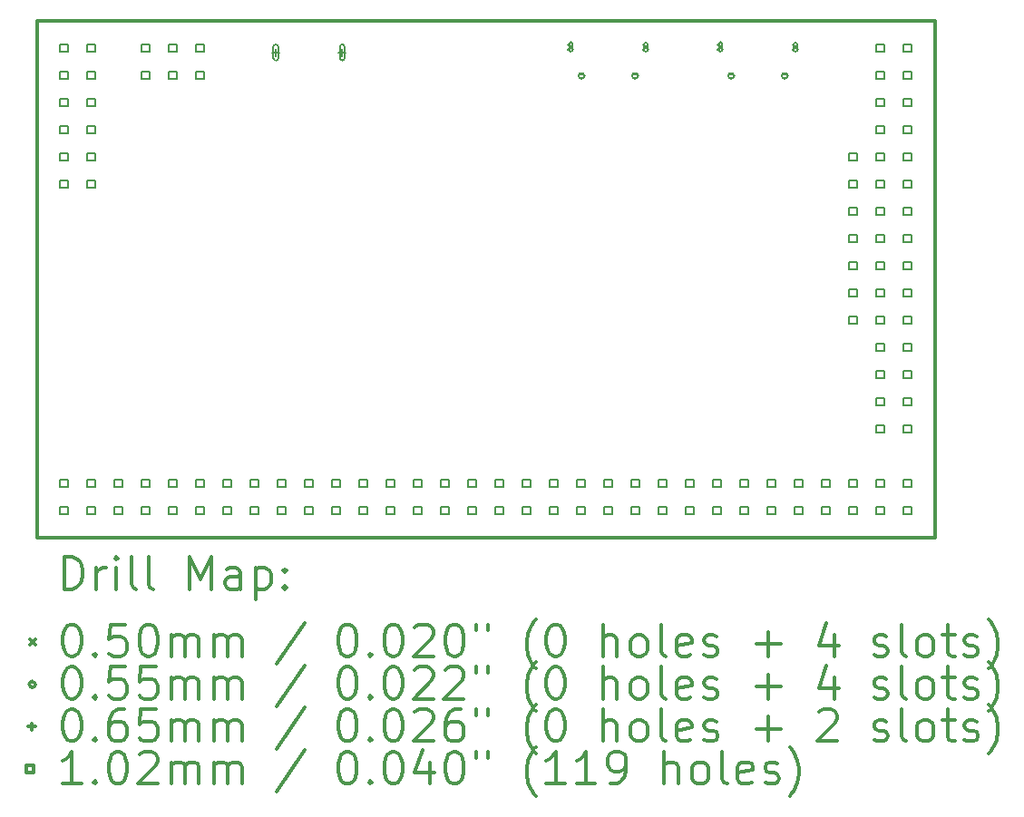
<source format=gbr>
%FSLAX45Y45*%
G04 Gerber Fmt 4.5, Leading zero omitted, Abs format (unit mm)*
G04 Created by KiCad (PCBNEW 4.0.5+dfsg1-4) date Sun Mar 26 16:44:54 2017*
%MOMM*%
%LPD*%
G01*
G04 APERTURE LIST*
%ADD10C,0.127000*%
%ADD11C,0.300000*%
%ADD12C,0.200000*%
G04 APERTURE END LIST*
D10*
D11*
X9410000Y-6142000D02*
X9410000Y-10968000D01*
X17792000Y-6142000D02*
X9410000Y-6142000D01*
X17792000Y-10968000D02*
X17792000Y-6142000D01*
X9410000Y-10968000D02*
X17792000Y-10968000D01*
D12*
X14369000Y-6363000D02*
X14419000Y-6413000D01*
X14419000Y-6363000D02*
X14369000Y-6413000D01*
X14379000Y-6355500D02*
X14379000Y-6420500D01*
X14409000Y-6355500D02*
X14409000Y-6420500D01*
X14379000Y-6420500D02*
G75*
G03X14409000Y-6420500I15000J0D01*
G01*
X14409000Y-6355500D02*
G75*
G03X14379000Y-6355500I-15000J0D01*
G01*
X15069000Y-6363000D02*
X15119000Y-6413000D01*
X15119000Y-6363000D02*
X15069000Y-6413000D01*
X15079000Y-6355500D02*
X15079000Y-6420500D01*
X15109000Y-6355500D02*
X15109000Y-6420500D01*
X15079000Y-6420500D02*
G75*
G03X15109000Y-6420500I15000J0D01*
G01*
X15109000Y-6355500D02*
G75*
G03X15079000Y-6355500I-15000J0D01*
G01*
X15766000Y-6363000D02*
X15816000Y-6413000D01*
X15816000Y-6363000D02*
X15766000Y-6413000D01*
X15776000Y-6355500D02*
X15776000Y-6420500D01*
X15806000Y-6355500D02*
X15806000Y-6420500D01*
X15776000Y-6420500D02*
G75*
G03X15806000Y-6420500I15000J0D01*
G01*
X15806000Y-6355500D02*
G75*
G03X15776000Y-6355500I-15000J0D01*
G01*
X16466000Y-6363000D02*
X16516000Y-6413000D01*
X16516000Y-6363000D02*
X16466000Y-6413000D01*
X16476000Y-6355500D02*
X16476000Y-6420500D01*
X16506000Y-6355500D02*
X16506000Y-6420500D01*
X16476000Y-6420500D02*
G75*
G03X16506000Y-6420500I15000J0D01*
G01*
X16506000Y-6355500D02*
G75*
G03X16476000Y-6355500I-15000J0D01*
G01*
X14521500Y-6658000D02*
G75*
G03X14521500Y-6658000I-27500J0D01*
G01*
X14509000Y-6640500D02*
X14479000Y-6640500D01*
X14509000Y-6675500D02*
X14479000Y-6675500D01*
X14479000Y-6640500D02*
G75*
G03X14479000Y-6675500I0J-17500D01*
G01*
X14509000Y-6675500D02*
G75*
G03X14509000Y-6640500I0J17500D01*
G01*
X15021500Y-6658000D02*
G75*
G03X15021500Y-6658000I-27500J0D01*
G01*
X15009000Y-6640500D02*
X14979000Y-6640500D01*
X15009000Y-6675500D02*
X14979000Y-6675500D01*
X14979000Y-6640500D02*
G75*
G03X14979000Y-6675500I0J-17500D01*
G01*
X15009000Y-6675500D02*
G75*
G03X15009000Y-6640500I0J17500D01*
G01*
X15918500Y-6658000D02*
G75*
G03X15918500Y-6658000I-27500J0D01*
G01*
X15906000Y-6640500D02*
X15876000Y-6640500D01*
X15906000Y-6675500D02*
X15876000Y-6675500D01*
X15876000Y-6640500D02*
G75*
G03X15876000Y-6675500I0J-17500D01*
G01*
X15906000Y-6675500D02*
G75*
G03X15906000Y-6640500I0J17500D01*
G01*
X16418500Y-6658000D02*
G75*
G03X16418500Y-6658000I-27500J0D01*
G01*
X16406000Y-6640500D02*
X16376000Y-6640500D01*
X16406000Y-6675500D02*
X16376000Y-6675500D01*
X16376000Y-6640500D02*
G75*
G03X16376000Y-6675500I0J-17500D01*
G01*
X16406000Y-6675500D02*
G75*
G03X16406000Y-6640500I0J17500D01*
G01*
X11640000Y-6406500D02*
X11640000Y-6471500D01*
X11607500Y-6439000D02*
X11672500Y-6439000D01*
X11617500Y-6386500D02*
X11617500Y-6491500D01*
X11662500Y-6386500D02*
X11662500Y-6491500D01*
X11617500Y-6491500D02*
G75*
G03X11662500Y-6491500I22500J0D01*
G01*
X11662500Y-6386500D02*
G75*
G03X11617500Y-6386500I-22500J0D01*
G01*
X12260000Y-6406500D02*
X12260000Y-6471500D01*
X12227500Y-6439000D02*
X12292500Y-6439000D01*
X12237500Y-6386500D02*
X12237500Y-6491500D01*
X12282500Y-6386500D02*
X12282500Y-6491500D01*
X12237500Y-6491500D02*
G75*
G03X12282500Y-6491500I22500J0D01*
G01*
X12282500Y-6386500D02*
G75*
G03X12237500Y-6386500I-22500J0D01*
G01*
X9699921Y-6431921D02*
X9699921Y-6360079D01*
X9628079Y-6360079D01*
X9628079Y-6431921D01*
X9699921Y-6431921D01*
X9699921Y-6685921D02*
X9699921Y-6614079D01*
X9628079Y-6614079D01*
X9628079Y-6685921D01*
X9699921Y-6685921D01*
X9699921Y-6939921D02*
X9699921Y-6868079D01*
X9628079Y-6868079D01*
X9628079Y-6939921D01*
X9699921Y-6939921D01*
X9699921Y-7193921D02*
X9699921Y-7122079D01*
X9628079Y-7122079D01*
X9628079Y-7193921D01*
X9699921Y-7193921D01*
X9699921Y-7447921D02*
X9699921Y-7376079D01*
X9628079Y-7376079D01*
X9628079Y-7447921D01*
X9699921Y-7447921D01*
X9699921Y-7701921D02*
X9699921Y-7630079D01*
X9628079Y-7630079D01*
X9628079Y-7701921D01*
X9699921Y-7701921D01*
X9699921Y-10495921D02*
X9699921Y-10424079D01*
X9628079Y-10424079D01*
X9628079Y-10495921D01*
X9699921Y-10495921D01*
X9699921Y-10749921D02*
X9699921Y-10678079D01*
X9628079Y-10678079D01*
X9628079Y-10749921D01*
X9699921Y-10749921D01*
X9953921Y-6431921D02*
X9953921Y-6360079D01*
X9882079Y-6360079D01*
X9882079Y-6431921D01*
X9953921Y-6431921D01*
X9953921Y-6685921D02*
X9953921Y-6614079D01*
X9882079Y-6614079D01*
X9882079Y-6685921D01*
X9953921Y-6685921D01*
X9953921Y-6939921D02*
X9953921Y-6868079D01*
X9882079Y-6868079D01*
X9882079Y-6939921D01*
X9953921Y-6939921D01*
X9953921Y-7193921D02*
X9953921Y-7122079D01*
X9882079Y-7122079D01*
X9882079Y-7193921D01*
X9953921Y-7193921D01*
X9953921Y-7447921D02*
X9953921Y-7376079D01*
X9882079Y-7376079D01*
X9882079Y-7447921D01*
X9953921Y-7447921D01*
X9953921Y-7701921D02*
X9953921Y-7630079D01*
X9882079Y-7630079D01*
X9882079Y-7701921D01*
X9953921Y-7701921D01*
X9953921Y-10495921D02*
X9953921Y-10424079D01*
X9882079Y-10424079D01*
X9882079Y-10495921D01*
X9953921Y-10495921D01*
X9953921Y-10749921D02*
X9953921Y-10678079D01*
X9882079Y-10678079D01*
X9882079Y-10749921D01*
X9953921Y-10749921D01*
X10207921Y-10495921D02*
X10207921Y-10424079D01*
X10136079Y-10424079D01*
X10136079Y-10495921D01*
X10207921Y-10495921D01*
X10207921Y-10749921D02*
X10207921Y-10678079D01*
X10136079Y-10678079D01*
X10136079Y-10749921D01*
X10207921Y-10749921D01*
X10461921Y-6431921D02*
X10461921Y-6360079D01*
X10390079Y-6360079D01*
X10390079Y-6431921D01*
X10461921Y-6431921D01*
X10461921Y-6685921D02*
X10461921Y-6614079D01*
X10390079Y-6614079D01*
X10390079Y-6685921D01*
X10461921Y-6685921D01*
X10461921Y-10495921D02*
X10461921Y-10424079D01*
X10390079Y-10424079D01*
X10390079Y-10495921D01*
X10461921Y-10495921D01*
X10461921Y-10749921D02*
X10461921Y-10678079D01*
X10390079Y-10678079D01*
X10390079Y-10749921D01*
X10461921Y-10749921D01*
X10715921Y-6431921D02*
X10715921Y-6360079D01*
X10644079Y-6360079D01*
X10644079Y-6431921D01*
X10715921Y-6431921D01*
X10715921Y-6685921D02*
X10715921Y-6614079D01*
X10644079Y-6614079D01*
X10644079Y-6685921D01*
X10715921Y-6685921D01*
X10715921Y-10495921D02*
X10715921Y-10424079D01*
X10644079Y-10424079D01*
X10644079Y-10495921D01*
X10715921Y-10495921D01*
X10715921Y-10749921D02*
X10715921Y-10678079D01*
X10644079Y-10678079D01*
X10644079Y-10749921D01*
X10715921Y-10749921D01*
X10969921Y-6431921D02*
X10969921Y-6360079D01*
X10898079Y-6360079D01*
X10898079Y-6431921D01*
X10969921Y-6431921D01*
X10969921Y-6685921D02*
X10969921Y-6614079D01*
X10898079Y-6614079D01*
X10898079Y-6685921D01*
X10969921Y-6685921D01*
X10969921Y-10495921D02*
X10969921Y-10424079D01*
X10898079Y-10424079D01*
X10898079Y-10495921D01*
X10969921Y-10495921D01*
X10969921Y-10749921D02*
X10969921Y-10678079D01*
X10898079Y-10678079D01*
X10898079Y-10749921D01*
X10969921Y-10749921D01*
X11223921Y-10495921D02*
X11223921Y-10424079D01*
X11152079Y-10424079D01*
X11152079Y-10495921D01*
X11223921Y-10495921D01*
X11223921Y-10749921D02*
X11223921Y-10678079D01*
X11152079Y-10678079D01*
X11152079Y-10749921D01*
X11223921Y-10749921D01*
X11477921Y-10495921D02*
X11477921Y-10424079D01*
X11406079Y-10424079D01*
X11406079Y-10495921D01*
X11477921Y-10495921D01*
X11477921Y-10749921D02*
X11477921Y-10678079D01*
X11406079Y-10678079D01*
X11406079Y-10749921D01*
X11477921Y-10749921D01*
X11731921Y-10495921D02*
X11731921Y-10424079D01*
X11660079Y-10424079D01*
X11660079Y-10495921D01*
X11731921Y-10495921D01*
X11731921Y-10749921D02*
X11731921Y-10678079D01*
X11660079Y-10678079D01*
X11660079Y-10749921D01*
X11731921Y-10749921D01*
X11985921Y-10495921D02*
X11985921Y-10424079D01*
X11914079Y-10424079D01*
X11914079Y-10495921D01*
X11985921Y-10495921D01*
X11985921Y-10749921D02*
X11985921Y-10678079D01*
X11914079Y-10678079D01*
X11914079Y-10749921D01*
X11985921Y-10749921D01*
X12239921Y-10495921D02*
X12239921Y-10424079D01*
X12168079Y-10424079D01*
X12168079Y-10495921D01*
X12239921Y-10495921D01*
X12239921Y-10749921D02*
X12239921Y-10678079D01*
X12168079Y-10678079D01*
X12168079Y-10749921D01*
X12239921Y-10749921D01*
X12493921Y-10495921D02*
X12493921Y-10424079D01*
X12422079Y-10424079D01*
X12422079Y-10495921D01*
X12493921Y-10495921D01*
X12493921Y-10749921D02*
X12493921Y-10678079D01*
X12422079Y-10678079D01*
X12422079Y-10749921D01*
X12493921Y-10749921D01*
X12747921Y-10495921D02*
X12747921Y-10424079D01*
X12676079Y-10424079D01*
X12676079Y-10495921D01*
X12747921Y-10495921D01*
X12747921Y-10749921D02*
X12747921Y-10678079D01*
X12676079Y-10678079D01*
X12676079Y-10749921D01*
X12747921Y-10749921D01*
X13001921Y-10495921D02*
X13001921Y-10424079D01*
X12930079Y-10424079D01*
X12930079Y-10495921D01*
X13001921Y-10495921D01*
X13001921Y-10749921D02*
X13001921Y-10678079D01*
X12930079Y-10678079D01*
X12930079Y-10749921D01*
X13001921Y-10749921D01*
X13255921Y-10495921D02*
X13255921Y-10424079D01*
X13184079Y-10424079D01*
X13184079Y-10495921D01*
X13255921Y-10495921D01*
X13255921Y-10749921D02*
X13255921Y-10678079D01*
X13184079Y-10678079D01*
X13184079Y-10749921D01*
X13255921Y-10749921D01*
X13509921Y-10495921D02*
X13509921Y-10424079D01*
X13438079Y-10424079D01*
X13438079Y-10495921D01*
X13509921Y-10495921D01*
X13509921Y-10749921D02*
X13509921Y-10678079D01*
X13438079Y-10678079D01*
X13438079Y-10749921D01*
X13509921Y-10749921D01*
X13763921Y-10495921D02*
X13763921Y-10424079D01*
X13692079Y-10424079D01*
X13692079Y-10495921D01*
X13763921Y-10495921D01*
X13763921Y-10749921D02*
X13763921Y-10678079D01*
X13692079Y-10678079D01*
X13692079Y-10749921D01*
X13763921Y-10749921D01*
X14017921Y-10495921D02*
X14017921Y-10424079D01*
X13946079Y-10424079D01*
X13946079Y-10495921D01*
X14017921Y-10495921D01*
X14017921Y-10749921D02*
X14017921Y-10678079D01*
X13946079Y-10678079D01*
X13946079Y-10749921D01*
X14017921Y-10749921D01*
X14271921Y-10495921D02*
X14271921Y-10424079D01*
X14200079Y-10424079D01*
X14200079Y-10495921D01*
X14271921Y-10495921D01*
X14271921Y-10749921D02*
X14271921Y-10678079D01*
X14200079Y-10678079D01*
X14200079Y-10749921D01*
X14271921Y-10749921D01*
X14525921Y-10495921D02*
X14525921Y-10424079D01*
X14454079Y-10424079D01*
X14454079Y-10495921D01*
X14525921Y-10495921D01*
X14525921Y-10749921D02*
X14525921Y-10678079D01*
X14454079Y-10678079D01*
X14454079Y-10749921D01*
X14525921Y-10749921D01*
X14779921Y-10495921D02*
X14779921Y-10424079D01*
X14708079Y-10424079D01*
X14708079Y-10495921D01*
X14779921Y-10495921D01*
X14779921Y-10749921D02*
X14779921Y-10678079D01*
X14708079Y-10678079D01*
X14708079Y-10749921D01*
X14779921Y-10749921D01*
X15033921Y-10495921D02*
X15033921Y-10424079D01*
X14962079Y-10424079D01*
X14962079Y-10495921D01*
X15033921Y-10495921D01*
X15033921Y-10749921D02*
X15033921Y-10678079D01*
X14962079Y-10678079D01*
X14962079Y-10749921D01*
X15033921Y-10749921D01*
X15287921Y-10495921D02*
X15287921Y-10424079D01*
X15216079Y-10424079D01*
X15216079Y-10495921D01*
X15287921Y-10495921D01*
X15287921Y-10749921D02*
X15287921Y-10678079D01*
X15216079Y-10678079D01*
X15216079Y-10749921D01*
X15287921Y-10749921D01*
X15541921Y-10495921D02*
X15541921Y-10424079D01*
X15470079Y-10424079D01*
X15470079Y-10495921D01*
X15541921Y-10495921D01*
X15541921Y-10749921D02*
X15541921Y-10678079D01*
X15470079Y-10678079D01*
X15470079Y-10749921D01*
X15541921Y-10749921D01*
X15795921Y-10495921D02*
X15795921Y-10424079D01*
X15724079Y-10424079D01*
X15724079Y-10495921D01*
X15795921Y-10495921D01*
X15795921Y-10749921D02*
X15795921Y-10678079D01*
X15724079Y-10678079D01*
X15724079Y-10749921D01*
X15795921Y-10749921D01*
X16049921Y-10495921D02*
X16049921Y-10424079D01*
X15978079Y-10424079D01*
X15978079Y-10495921D01*
X16049921Y-10495921D01*
X16049921Y-10749921D02*
X16049921Y-10678079D01*
X15978079Y-10678079D01*
X15978079Y-10749921D01*
X16049921Y-10749921D01*
X16303921Y-10495921D02*
X16303921Y-10424079D01*
X16232079Y-10424079D01*
X16232079Y-10495921D01*
X16303921Y-10495921D01*
X16303921Y-10749921D02*
X16303921Y-10678079D01*
X16232079Y-10678079D01*
X16232079Y-10749921D01*
X16303921Y-10749921D01*
X16557921Y-10495921D02*
X16557921Y-10424079D01*
X16486079Y-10424079D01*
X16486079Y-10495921D01*
X16557921Y-10495921D01*
X16557921Y-10749921D02*
X16557921Y-10678079D01*
X16486079Y-10678079D01*
X16486079Y-10749921D01*
X16557921Y-10749921D01*
X16811921Y-10495921D02*
X16811921Y-10424079D01*
X16740079Y-10424079D01*
X16740079Y-10495921D01*
X16811921Y-10495921D01*
X16811921Y-10749921D02*
X16811921Y-10678079D01*
X16740079Y-10678079D01*
X16740079Y-10749921D01*
X16811921Y-10749921D01*
X17065921Y-7447921D02*
X17065921Y-7376079D01*
X16994079Y-7376079D01*
X16994079Y-7447921D01*
X17065921Y-7447921D01*
X17065921Y-7701921D02*
X17065921Y-7630079D01*
X16994079Y-7630079D01*
X16994079Y-7701921D01*
X17065921Y-7701921D01*
X17065921Y-7955921D02*
X17065921Y-7884079D01*
X16994079Y-7884079D01*
X16994079Y-7955921D01*
X17065921Y-7955921D01*
X17065921Y-8209921D02*
X17065921Y-8138079D01*
X16994079Y-8138079D01*
X16994079Y-8209921D01*
X17065921Y-8209921D01*
X17065921Y-8463921D02*
X17065921Y-8392079D01*
X16994079Y-8392079D01*
X16994079Y-8463921D01*
X17065921Y-8463921D01*
X17065921Y-8717921D02*
X17065921Y-8646079D01*
X16994079Y-8646079D01*
X16994079Y-8717921D01*
X17065921Y-8717921D01*
X17065921Y-8971921D02*
X17065921Y-8900079D01*
X16994079Y-8900079D01*
X16994079Y-8971921D01*
X17065921Y-8971921D01*
X17065921Y-10495921D02*
X17065921Y-10424079D01*
X16994079Y-10424079D01*
X16994079Y-10495921D01*
X17065921Y-10495921D01*
X17065921Y-10749921D02*
X17065921Y-10678079D01*
X16994079Y-10678079D01*
X16994079Y-10749921D01*
X17065921Y-10749921D01*
X17319921Y-6431921D02*
X17319921Y-6360079D01*
X17248079Y-6360079D01*
X17248079Y-6431921D01*
X17319921Y-6431921D01*
X17319921Y-6685921D02*
X17319921Y-6614079D01*
X17248079Y-6614079D01*
X17248079Y-6685921D01*
X17319921Y-6685921D01*
X17319921Y-6939921D02*
X17319921Y-6868079D01*
X17248079Y-6868079D01*
X17248079Y-6939921D01*
X17319921Y-6939921D01*
X17319921Y-7193921D02*
X17319921Y-7122079D01*
X17248079Y-7122079D01*
X17248079Y-7193921D01*
X17319921Y-7193921D01*
X17319921Y-7447921D02*
X17319921Y-7376079D01*
X17248079Y-7376079D01*
X17248079Y-7447921D01*
X17319921Y-7447921D01*
X17319921Y-7701921D02*
X17319921Y-7630079D01*
X17248079Y-7630079D01*
X17248079Y-7701921D01*
X17319921Y-7701921D01*
X17319921Y-7955921D02*
X17319921Y-7884079D01*
X17248079Y-7884079D01*
X17248079Y-7955921D01*
X17319921Y-7955921D01*
X17319921Y-8209921D02*
X17319921Y-8138079D01*
X17248079Y-8138079D01*
X17248079Y-8209921D01*
X17319921Y-8209921D01*
X17319921Y-8463921D02*
X17319921Y-8392079D01*
X17248079Y-8392079D01*
X17248079Y-8463921D01*
X17319921Y-8463921D01*
X17319921Y-8717921D02*
X17319921Y-8646079D01*
X17248079Y-8646079D01*
X17248079Y-8717921D01*
X17319921Y-8717921D01*
X17319921Y-8971921D02*
X17319921Y-8900079D01*
X17248079Y-8900079D01*
X17248079Y-8971921D01*
X17319921Y-8971921D01*
X17319921Y-9225921D02*
X17319921Y-9154079D01*
X17248079Y-9154079D01*
X17248079Y-9225921D01*
X17319921Y-9225921D01*
X17319921Y-9479921D02*
X17319921Y-9408079D01*
X17248079Y-9408079D01*
X17248079Y-9479921D01*
X17319921Y-9479921D01*
X17319921Y-9733921D02*
X17319921Y-9662079D01*
X17248079Y-9662079D01*
X17248079Y-9733921D01*
X17319921Y-9733921D01*
X17319921Y-9987921D02*
X17319921Y-9916079D01*
X17248079Y-9916079D01*
X17248079Y-9987921D01*
X17319921Y-9987921D01*
X17319921Y-10495921D02*
X17319921Y-10424079D01*
X17248079Y-10424079D01*
X17248079Y-10495921D01*
X17319921Y-10495921D01*
X17319921Y-10749921D02*
X17319921Y-10678079D01*
X17248079Y-10678079D01*
X17248079Y-10749921D01*
X17319921Y-10749921D01*
X17573921Y-6431921D02*
X17573921Y-6360079D01*
X17502079Y-6360079D01*
X17502079Y-6431921D01*
X17573921Y-6431921D01*
X17573921Y-6685921D02*
X17573921Y-6614079D01*
X17502079Y-6614079D01*
X17502079Y-6685921D01*
X17573921Y-6685921D01*
X17573921Y-6939921D02*
X17573921Y-6868079D01*
X17502079Y-6868079D01*
X17502079Y-6939921D01*
X17573921Y-6939921D01*
X17573921Y-7193921D02*
X17573921Y-7122079D01*
X17502079Y-7122079D01*
X17502079Y-7193921D01*
X17573921Y-7193921D01*
X17573921Y-7447921D02*
X17573921Y-7376079D01*
X17502079Y-7376079D01*
X17502079Y-7447921D01*
X17573921Y-7447921D01*
X17573921Y-7701921D02*
X17573921Y-7630079D01*
X17502079Y-7630079D01*
X17502079Y-7701921D01*
X17573921Y-7701921D01*
X17573921Y-7955921D02*
X17573921Y-7884079D01*
X17502079Y-7884079D01*
X17502079Y-7955921D01*
X17573921Y-7955921D01*
X17573921Y-8209921D02*
X17573921Y-8138079D01*
X17502079Y-8138079D01*
X17502079Y-8209921D01*
X17573921Y-8209921D01*
X17573921Y-8463921D02*
X17573921Y-8392079D01*
X17502079Y-8392079D01*
X17502079Y-8463921D01*
X17573921Y-8463921D01*
X17573921Y-8717921D02*
X17573921Y-8646079D01*
X17502079Y-8646079D01*
X17502079Y-8717921D01*
X17573921Y-8717921D01*
X17573921Y-8971921D02*
X17573921Y-8900079D01*
X17502079Y-8900079D01*
X17502079Y-8971921D01*
X17573921Y-8971921D01*
X17573921Y-9225921D02*
X17573921Y-9154079D01*
X17502079Y-9154079D01*
X17502079Y-9225921D01*
X17573921Y-9225921D01*
X17573921Y-9479921D02*
X17573921Y-9408079D01*
X17502079Y-9408079D01*
X17502079Y-9479921D01*
X17573921Y-9479921D01*
X17573921Y-9733921D02*
X17573921Y-9662079D01*
X17502079Y-9662079D01*
X17502079Y-9733921D01*
X17573921Y-9733921D01*
X17573921Y-9987921D02*
X17573921Y-9916079D01*
X17502079Y-9916079D01*
X17502079Y-9987921D01*
X17573921Y-9987921D01*
X17573921Y-10495921D02*
X17573921Y-10424079D01*
X17502079Y-10424079D01*
X17502079Y-10495921D01*
X17573921Y-10495921D01*
X17573921Y-10749921D02*
X17573921Y-10678079D01*
X17502079Y-10678079D01*
X17502079Y-10749921D01*
X17573921Y-10749921D01*
D11*
X9666429Y-11448714D02*
X9666429Y-11148714D01*
X9737857Y-11148714D01*
X9780714Y-11163000D01*
X9809286Y-11191571D01*
X9823571Y-11220143D01*
X9837857Y-11277286D01*
X9837857Y-11320143D01*
X9823571Y-11377286D01*
X9809286Y-11405857D01*
X9780714Y-11434429D01*
X9737857Y-11448714D01*
X9666429Y-11448714D01*
X9966429Y-11448714D02*
X9966429Y-11248714D01*
X9966429Y-11305857D02*
X9980714Y-11277286D01*
X9995000Y-11263000D01*
X10023571Y-11248714D01*
X10052143Y-11248714D01*
X10152143Y-11448714D02*
X10152143Y-11248714D01*
X10152143Y-11148714D02*
X10137857Y-11163000D01*
X10152143Y-11177286D01*
X10166429Y-11163000D01*
X10152143Y-11148714D01*
X10152143Y-11177286D01*
X10337857Y-11448714D02*
X10309286Y-11434429D01*
X10295000Y-11405857D01*
X10295000Y-11148714D01*
X10495000Y-11448714D02*
X10466429Y-11434429D01*
X10452143Y-11405857D01*
X10452143Y-11148714D01*
X10837857Y-11448714D02*
X10837857Y-11148714D01*
X10937857Y-11363000D01*
X11037857Y-11148714D01*
X11037857Y-11448714D01*
X11309286Y-11448714D02*
X11309286Y-11291571D01*
X11295000Y-11263000D01*
X11266428Y-11248714D01*
X11209286Y-11248714D01*
X11180714Y-11263000D01*
X11309286Y-11434429D02*
X11280714Y-11448714D01*
X11209286Y-11448714D01*
X11180714Y-11434429D01*
X11166429Y-11405857D01*
X11166429Y-11377286D01*
X11180714Y-11348714D01*
X11209286Y-11334429D01*
X11280714Y-11334429D01*
X11309286Y-11320143D01*
X11452143Y-11248714D02*
X11452143Y-11548714D01*
X11452143Y-11263000D02*
X11480714Y-11248714D01*
X11537857Y-11248714D01*
X11566428Y-11263000D01*
X11580714Y-11277286D01*
X11595000Y-11305857D01*
X11595000Y-11391571D01*
X11580714Y-11420143D01*
X11566428Y-11434429D01*
X11537857Y-11448714D01*
X11480714Y-11448714D01*
X11452143Y-11434429D01*
X11723571Y-11420143D02*
X11737857Y-11434429D01*
X11723571Y-11448714D01*
X11709286Y-11434429D01*
X11723571Y-11420143D01*
X11723571Y-11448714D01*
X11723571Y-11263000D02*
X11737857Y-11277286D01*
X11723571Y-11291571D01*
X11709286Y-11277286D01*
X11723571Y-11263000D01*
X11723571Y-11291571D01*
X9345000Y-11918000D02*
X9395000Y-11968000D01*
X9395000Y-11918000D02*
X9345000Y-11968000D01*
X9723571Y-11778714D02*
X9752143Y-11778714D01*
X9780714Y-11793000D01*
X9795000Y-11807286D01*
X9809286Y-11835857D01*
X9823571Y-11893000D01*
X9823571Y-11964429D01*
X9809286Y-12021571D01*
X9795000Y-12050143D01*
X9780714Y-12064429D01*
X9752143Y-12078714D01*
X9723571Y-12078714D01*
X9695000Y-12064429D01*
X9680714Y-12050143D01*
X9666429Y-12021571D01*
X9652143Y-11964429D01*
X9652143Y-11893000D01*
X9666429Y-11835857D01*
X9680714Y-11807286D01*
X9695000Y-11793000D01*
X9723571Y-11778714D01*
X9952143Y-12050143D02*
X9966429Y-12064429D01*
X9952143Y-12078714D01*
X9937857Y-12064429D01*
X9952143Y-12050143D01*
X9952143Y-12078714D01*
X10237857Y-11778714D02*
X10095000Y-11778714D01*
X10080714Y-11921571D01*
X10095000Y-11907286D01*
X10123571Y-11893000D01*
X10195000Y-11893000D01*
X10223571Y-11907286D01*
X10237857Y-11921571D01*
X10252143Y-11950143D01*
X10252143Y-12021571D01*
X10237857Y-12050143D01*
X10223571Y-12064429D01*
X10195000Y-12078714D01*
X10123571Y-12078714D01*
X10095000Y-12064429D01*
X10080714Y-12050143D01*
X10437857Y-11778714D02*
X10466429Y-11778714D01*
X10495000Y-11793000D01*
X10509286Y-11807286D01*
X10523571Y-11835857D01*
X10537857Y-11893000D01*
X10537857Y-11964429D01*
X10523571Y-12021571D01*
X10509286Y-12050143D01*
X10495000Y-12064429D01*
X10466429Y-12078714D01*
X10437857Y-12078714D01*
X10409286Y-12064429D01*
X10395000Y-12050143D01*
X10380714Y-12021571D01*
X10366429Y-11964429D01*
X10366429Y-11893000D01*
X10380714Y-11835857D01*
X10395000Y-11807286D01*
X10409286Y-11793000D01*
X10437857Y-11778714D01*
X10666429Y-12078714D02*
X10666429Y-11878714D01*
X10666429Y-11907286D02*
X10680714Y-11893000D01*
X10709286Y-11878714D01*
X10752143Y-11878714D01*
X10780714Y-11893000D01*
X10795000Y-11921571D01*
X10795000Y-12078714D01*
X10795000Y-11921571D02*
X10809286Y-11893000D01*
X10837857Y-11878714D01*
X10880714Y-11878714D01*
X10909286Y-11893000D01*
X10923571Y-11921571D01*
X10923571Y-12078714D01*
X11066429Y-12078714D02*
X11066429Y-11878714D01*
X11066429Y-11907286D02*
X11080714Y-11893000D01*
X11109286Y-11878714D01*
X11152143Y-11878714D01*
X11180714Y-11893000D01*
X11195000Y-11921571D01*
X11195000Y-12078714D01*
X11195000Y-11921571D02*
X11209286Y-11893000D01*
X11237857Y-11878714D01*
X11280714Y-11878714D01*
X11309286Y-11893000D01*
X11323571Y-11921571D01*
X11323571Y-12078714D01*
X11909286Y-11764429D02*
X11652143Y-12150143D01*
X12295000Y-11778714D02*
X12323571Y-11778714D01*
X12352143Y-11793000D01*
X12366428Y-11807286D01*
X12380714Y-11835857D01*
X12395000Y-11893000D01*
X12395000Y-11964429D01*
X12380714Y-12021571D01*
X12366428Y-12050143D01*
X12352143Y-12064429D01*
X12323571Y-12078714D01*
X12295000Y-12078714D01*
X12266428Y-12064429D01*
X12252143Y-12050143D01*
X12237857Y-12021571D01*
X12223571Y-11964429D01*
X12223571Y-11893000D01*
X12237857Y-11835857D01*
X12252143Y-11807286D01*
X12266428Y-11793000D01*
X12295000Y-11778714D01*
X12523571Y-12050143D02*
X12537857Y-12064429D01*
X12523571Y-12078714D01*
X12509286Y-12064429D01*
X12523571Y-12050143D01*
X12523571Y-12078714D01*
X12723571Y-11778714D02*
X12752143Y-11778714D01*
X12780714Y-11793000D01*
X12795000Y-11807286D01*
X12809285Y-11835857D01*
X12823571Y-11893000D01*
X12823571Y-11964429D01*
X12809285Y-12021571D01*
X12795000Y-12050143D01*
X12780714Y-12064429D01*
X12752143Y-12078714D01*
X12723571Y-12078714D01*
X12695000Y-12064429D01*
X12680714Y-12050143D01*
X12666428Y-12021571D01*
X12652143Y-11964429D01*
X12652143Y-11893000D01*
X12666428Y-11835857D01*
X12680714Y-11807286D01*
X12695000Y-11793000D01*
X12723571Y-11778714D01*
X12937857Y-11807286D02*
X12952143Y-11793000D01*
X12980714Y-11778714D01*
X13052143Y-11778714D01*
X13080714Y-11793000D01*
X13095000Y-11807286D01*
X13109285Y-11835857D01*
X13109285Y-11864429D01*
X13095000Y-11907286D01*
X12923571Y-12078714D01*
X13109285Y-12078714D01*
X13295000Y-11778714D02*
X13323571Y-11778714D01*
X13352143Y-11793000D01*
X13366428Y-11807286D01*
X13380714Y-11835857D01*
X13395000Y-11893000D01*
X13395000Y-11964429D01*
X13380714Y-12021571D01*
X13366428Y-12050143D01*
X13352143Y-12064429D01*
X13323571Y-12078714D01*
X13295000Y-12078714D01*
X13266428Y-12064429D01*
X13252143Y-12050143D01*
X13237857Y-12021571D01*
X13223571Y-11964429D01*
X13223571Y-11893000D01*
X13237857Y-11835857D01*
X13252143Y-11807286D01*
X13266428Y-11793000D01*
X13295000Y-11778714D01*
X13509286Y-11778714D02*
X13509286Y-11835857D01*
X13623571Y-11778714D02*
X13623571Y-11835857D01*
X14066428Y-12193000D02*
X14052143Y-12178714D01*
X14023571Y-12135857D01*
X14009285Y-12107286D01*
X13995000Y-12064429D01*
X13980714Y-11993000D01*
X13980714Y-11935857D01*
X13995000Y-11864429D01*
X14009285Y-11821571D01*
X14023571Y-11793000D01*
X14052143Y-11750143D01*
X14066428Y-11735857D01*
X14237857Y-11778714D02*
X14266428Y-11778714D01*
X14295000Y-11793000D01*
X14309285Y-11807286D01*
X14323571Y-11835857D01*
X14337857Y-11893000D01*
X14337857Y-11964429D01*
X14323571Y-12021571D01*
X14309285Y-12050143D01*
X14295000Y-12064429D01*
X14266428Y-12078714D01*
X14237857Y-12078714D01*
X14209285Y-12064429D01*
X14195000Y-12050143D01*
X14180714Y-12021571D01*
X14166428Y-11964429D01*
X14166428Y-11893000D01*
X14180714Y-11835857D01*
X14195000Y-11807286D01*
X14209285Y-11793000D01*
X14237857Y-11778714D01*
X14695000Y-12078714D02*
X14695000Y-11778714D01*
X14823571Y-12078714D02*
X14823571Y-11921571D01*
X14809285Y-11893000D01*
X14780714Y-11878714D01*
X14737857Y-11878714D01*
X14709285Y-11893000D01*
X14695000Y-11907286D01*
X15009285Y-12078714D02*
X14980714Y-12064429D01*
X14966428Y-12050143D01*
X14952143Y-12021571D01*
X14952143Y-11935857D01*
X14966428Y-11907286D01*
X14980714Y-11893000D01*
X15009285Y-11878714D01*
X15052143Y-11878714D01*
X15080714Y-11893000D01*
X15095000Y-11907286D01*
X15109285Y-11935857D01*
X15109285Y-12021571D01*
X15095000Y-12050143D01*
X15080714Y-12064429D01*
X15052143Y-12078714D01*
X15009285Y-12078714D01*
X15280714Y-12078714D02*
X15252143Y-12064429D01*
X15237857Y-12035857D01*
X15237857Y-11778714D01*
X15509286Y-12064429D02*
X15480714Y-12078714D01*
X15423571Y-12078714D01*
X15395000Y-12064429D01*
X15380714Y-12035857D01*
X15380714Y-11921571D01*
X15395000Y-11893000D01*
X15423571Y-11878714D01*
X15480714Y-11878714D01*
X15509286Y-11893000D01*
X15523571Y-11921571D01*
X15523571Y-11950143D01*
X15380714Y-11978714D01*
X15637857Y-12064429D02*
X15666428Y-12078714D01*
X15723571Y-12078714D01*
X15752143Y-12064429D01*
X15766428Y-12035857D01*
X15766428Y-12021571D01*
X15752143Y-11993000D01*
X15723571Y-11978714D01*
X15680714Y-11978714D01*
X15652143Y-11964429D01*
X15637857Y-11935857D01*
X15637857Y-11921571D01*
X15652143Y-11893000D01*
X15680714Y-11878714D01*
X15723571Y-11878714D01*
X15752143Y-11893000D01*
X16123571Y-11964429D02*
X16352143Y-11964429D01*
X16237857Y-12078714D02*
X16237857Y-11850143D01*
X16852143Y-11878714D02*
X16852143Y-12078714D01*
X16780714Y-11764429D02*
X16709286Y-11978714D01*
X16895000Y-11978714D01*
X17223571Y-12064429D02*
X17252143Y-12078714D01*
X17309286Y-12078714D01*
X17337857Y-12064429D01*
X17352143Y-12035857D01*
X17352143Y-12021571D01*
X17337857Y-11993000D01*
X17309286Y-11978714D01*
X17266428Y-11978714D01*
X17237857Y-11964429D01*
X17223571Y-11935857D01*
X17223571Y-11921571D01*
X17237857Y-11893000D01*
X17266428Y-11878714D01*
X17309286Y-11878714D01*
X17337857Y-11893000D01*
X17523571Y-12078714D02*
X17495000Y-12064429D01*
X17480714Y-12035857D01*
X17480714Y-11778714D01*
X17680714Y-12078714D02*
X17652143Y-12064429D01*
X17637857Y-12050143D01*
X17623571Y-12021571D01*
X17623571Y-11935857D01*
X17637857Y-11907286D01*
X17652143Y-11893000D01*
X17680714Y-11878714D01*
X17723571Y-11878714D01*
X17752143Y-11893000D01*
X17766428Y-11907286D01*
X17780714Y-11935857D01*
X17780714Y-12021571D01*
X17766428Y-12050143D01*
X17752143Y-12064429D01*
X17723571Y-12078714D01*
X17680714Y-12078714D01*
X17866428Y-11878714D02*
X17980714Y-11878714D01*
X17909286Y-11778714D02*
X17909286Y-12035857D01*
X17923571Y-12064429D01*
X17952143Y-12078714D01*
X17980714Y-12078714D01*
X18066429Y-12064429D02*
X18095000Y-12078714D01*
X18152143Y-12078714D01*
X18180714Y-12064429D01*
X18195000Y-12035857D01*
X18195000Y-12021571D01*
X18180714Y-11993000D01*
X18152143Y-11978714D01*
X18109286Y-11978714D01*
X18080714Y-11964429D01*
X18066429Y-11935857D01*
X18066429Y-11921571D01*
X18080714Y-11893000D01*
X18109286Y-11878714D01*
X18152143Y-11878714D01*
X18180714Y-11893000D01*
X18295000Y-12193000D02*
X18309286Y-12178714D01*
X18337857Y-12135857D01*
X18352143Y-12107286D01*
X18366428Y-12064429D01*
X18380714Y-11993000D01*
X18380714Y-11935857D01*
X18366428Y-11864429D01*
X18352143Y-11821571D01*
X18337857Y-11793000D01*
X18309286Y-11750143D01*
X18295000Y-11735857D01*
X9395000Y-12339000D02*
G75*
G03X9395000Y-12339000I-27500J0D01*
G01*
X9723571Y-12174714D02*
X9752143Y-12174714D01*
X9780714Y-12189000D01*
X9795000Y-12203286D01*
X9809286Y-12231857D01*
X9823571Y-12289000D01*
X9823571Y-12360429D01*
X9809286Y-12417571D01*
X9795000Y-12446143D01*
X9780714Y-12460429D01*
X9752143Y-12474714D01*
X9723571Y-12474714D01*
X9695000Y-12460429D01*
X9680714Y-12446143D01*
X9666429Y-12417571D01*
X9652143Y-12360429D01*
X9652143Y-12289000D01*
X9666429Y-12231857D01*
X9680714Y-12203286D01*
X9695000Y-12189000D01*
X9723571Y-12174714D01*
X9952143Y-12446143D02*
X9966429Y-12460429D01*
X9952143Y-12474714D01*
X9937857Y-12460429D01*
X9952143Y-12446143D01*
X9952143Y-12474714D01*
X10237857Y-12174714D02*
X10095000Y-12174714D01*
X10080714Y-12317571D01*
X10095000Y-12303286D01*
X10123571Y-12289000D01*
X10195000Y-12289000D01*
X10223571Y-12303286D01*
X10237857Y-12317571D01*
X10252143Y-12346143D01*
X10252143Y-12417571D01*
X10237857Y-12446143D01*
X10223571Y-12460429D01*
X10195000Y-12474714D01*
X10123571Y-12474714D01*
X10095000Y-12460429D01*
X10080714Y-12446143D01*
X10523571Y-12174714D02*
X10380714Y-12174714D01*
X10366429Y-12317571D01*
X10380714Y-12303286D01*
X10409286Y-12289000D01*
X10480714Y-12289000D01*
X10509286Y-12303286D01*
X10523571Y-12317571D01*
X10537857Y-12346143D01*
X10537857Y-12417571D01*
X10523571Y-12446143D01*
X10509286Y-12460429D01*
X10480714Y-12474714D01*
X10409286Y-12474714D01*
X10380714Y-12460429D01*
X10366429Y-12446143D01*
X10666429Y-12474714D02*
X10666429Y-12274714D01*
X10666429Y-12303286D02*
X10680714Y-12289000D01*
X10709286Y-12274714D01*
X10752143Y-12274714D01*
X10780714Y-12289000D01*
X10795000Y-12317571D01*
X10795000Y-12474714D01*
X10795000Y-12317571D02*
X10809286Y-12289000D01*
X10837857Y-12274714D01*
X10880714Y-12274714D01*
X10909286Y-12289000D01*
X10923571Y-12317571D01*
X10923571Y-12474714D01*
X11066429Y-12474714D02*
X11066429Y-12274714D01*
X11066429Y-12303286D02*
X11080714Y-12289000D01*
X11109286Y-12274714D01*
X11152143Y-12274714D01*
X11180714Y-12289000D01*
X11195000Y-12317571D01*
X11195000Y-12474714D01*
X11195000Y-12317571D02*
X11209286Y-12289000D01*
X11237857Y-12274714D01*
X11280714Y-12274714D01*
X11309286Y-12289000D01*
X11323571Y-12317571D01*
X11323571Y-12474714D01*
X11909286Y-12160429D02*
X11652143Y-12546143D01*
X12295000Y-12174714D02*
X12323571Y-12174714D01*
X12352143Y-12189000D01*
X12366428Y-12203286D01*
X12380714Y-12231857D01*
X12395000Y-12289000D01*
X12395000Y-12360429D01*
X12380714Y-12417571D01*
X12366428Y-12446143D01*
X12352143Y-12460429D01*
X12323571Y-12474714D01*
X12295000Y-12474714D01*
X12266428Y-12460429D01*
X12252143Y-12446143D01*
X12237857Y-12417571D01*
X12223571Y-12360429D01*
X12223571Y-12289000D01*
X12237857Y-12231857D01*
X12252143Y-12203286D01*
X12266428Y-12189000D01*
X12295000Y-12174714D01*
X12523571Y-12446143D02*
X12537857Y-12460429D01*
X12523571Y-12474714D01*
X12509286Y-12460429D01*
X12523571Y-12446143D01*
X12523571Y-12474714D01*
X12723571Y-12174714D02*
X12752143Y-12174714D01*
X12780714Y-12189000D01*
X12795000Y-12203286D01*
X12809285Y-12231857D01*
X12823571Y-12289000D01*
X12823571Y-12360429D01*
X12809285Y-12417571D01*
X12795000Y-12446143D01*
X12780714Y-12460429D01*
X12752143Y-12474714D01*
X12723571Y-12474714D01*
X12695000Y-12460429D01*
X12680714Y-12446143D01*
X12666428Y-12417571D01*
X12652143Y-12360429D01*
X12652143Y-12289000D01*
X12666428Y-12231857D01*
X12680714Y-12203286D01*
X12695000Y-12189000D01*
X12723571Y-12174714D01*
X12937857Y-12203286D02*
X12952143Y-12189000D01*
X12980714Y-12174714D01*
X13052143Y-12174714D01*
X13080714Y-12189000D01*
X13095000Y-12203286D01*
X13109285Y-12231857D01*
X13109285Y-12260429D01*
X13095000Y-12303286D01*
X12923571Y-12474714D01*
X13109285Y-12474714D01*
X13223571Y-12203286D02*
X13237857Y-12189000D01*
X13266428Y-12174714D01*
X13337857Y-12174714D01*
X13366428Y-12189000D01*
X13380714Y-12203286D01*
X13395000Y-12231857D01*
X13395000Y-12260429D01*
X13380714Y-12303286D01*
X13209285Y-12474714D01*
X13395000Y-12474714D01*
X13509286Y-12174714D02*
X13509286Y-12231857D01*
X13623571Y-12174714D02*
X13623571Y-12231857D01*
X14066428Y-12589000D02*
X14052143Y-12574714D01*
X14023571Y-12531857D01*
X14009285Y-12503286D01*
X13995000Y-12460429D01*
X13980714Y-12389000D01*
X13980714Y-12331857D01*
X13995000Y-12260429D01*
X14009285Y-12217571D01*
X14023571Y-12189000D01*
X14052143Y-12146143D01*
X14066428Y-12131857D01*
X14237857Y-12174714D02*
X14266428Y-12174714D01*
X14295000Y-12189000D01*
X14309285Y-12203286D01*
X14323571Y-12231857D01*
X14337857Y-12289000D01*
X14337857Y-12360429D01*
X14323571Y-12417571D01*
X14309285Y-12446143D01*
X14295000Y-12460429D01*
X14266428Y-12474714D01*
X14237857Y-12474714D01*
X14209285Y-12460429D01*
X14195000Y-12446143D01*
X14180714Y-12417571D01*
X14166428Y-12360429D01*
X14166428Y-12289000D01*
X14180714Y-12231857D01*
X14195000Y-12203286D01*
X14209285Y-12189000D01*
X14237857Y-12174714D01*
X14695000Y-12474714D02*
X14695000Y-12174714D01*
X14823571Y-12474714D02*
X14823571Y-12317571D01*
X14809285Y-12289000D01*
X14780714Y-12274714D01*
X14737857Y-12274714D01*
X14709285Y-12289000D01*
X14695000Y-12303286D01*
X15009285Y-12474714D02*
X14980714Y-12460429D01*
X14966428Y-12446143D01*
X14952143Y-12417571D01*
X14952143Y-12331857D01*
X14966428Y-12303286D01*
X14980714Y-12289000D01*
X15009285Y-12274714D01*
X15052143Y-12274714D01*
X15080714Y-12289000D01*
X15095000Y-12303286D01*
X15109285Y-12331857D01*
X15109285Y-12417571D01*
X15095000Y-12446143D01*
X15080714Y-12460429D01*
X15052143Y-12474714D01*
X15009285Y-12474714D01*
X15280714Y-12474714D02*
X15252143Y-12460429D01*
X15237857Y-12431857D01*
X15237857Y-12174714D01*
X15509286Y-12460429D02*
X15480714Y-12474714D01*
X15423571Y-12474714D01*
X15395000Y-12460429D01*
X15380714Y-12431857D01*
X15380714Y-12317571D01*
X15395000Y-12289000D01*
X15423571Y-12274714D01*
X15480714Y-12274714D01*
X15509286Y-12289000D01*
X15523571Y-12317571D01*
X15523571Y-12346143D01*
X15380714Y-12374714D01*
X15637857Y-12460429D02*
X15666428Y-12474714D01*
X15723571Y-12474714D01*
X15752143Y-12460429D01*
X15766428Y-12431857D01*
X15766428Y-12417571D01*
X15752143Y-12389000D01*
X15723571Y-12374714D01*
X15680714Y-12374714D01*
X15652143Y-12360429D01*
X15637857Y-12331857D01*
X15637857Y-12317571D01*
X15652143Y-12289000D01*
X15680714Y-12274714D01*
X15723571Y-12274714D01*
X15752143Y-12289000D01*
X16123571Y-12360429D02*
X16352143Y-12360429D01*
X16237857Y-12474714D02*
X16237857Y-12246143D01*
X16852143Y-12274714D02*
X16852143Y-12474714D01*
X16780714Y-12160429D02*
X16709286Y-12374714D01*
X16895000Y-12374714D01*
X17223571Y-12460429D02*
X17252143Y-12474714D01*
X17309286Y-12474714D01*
X17337857Y-12460429D01*
X17352143Y-12431857D01*
X17352143Y-12417571D01*
X17337857Y-12389000D01*
X17309286Y-12374714D01*
X17266428Y-12374714D01*
X17237857Y-12360429D01*
X17223571Y-12331857D01*
X17223571Y-12317571D01*
X17237857Y-12289000D01*
X17266428Y-12274714D01*
X17309286Y-12274714D01*
X17337857Y-12289000D01*
X17523571Y-12474714D02*
X17495000Y-12460429D01*
X17480714Y-12431857D01*
X17480714Y-12174714D01*
X17680714Y-12474714D02*
X17652143Y-12460429D01*
X17637857Y-12446143D01*
X17623571Y-12417571D01*
X17623571Y-12331857D01*
X17637857Y-12303286D01*
X17652143Y-12289000D01*
X17680714Y-12274714D01*
X17723571Y-12274714D01*
X17752143Y-12289000D01*
X17766428Y-12303286D01*
X17780714Y-12331857D01*
X17780714Y-12417571D01*
X17766428Y-12446143D01*
X17752143Y-12460429D01*
X17723571Y-12474714D01*
X17680714Y-12474714D01*
X17866428Y-12274714D02*
X17980714Y-12274714D01*
X17909286Y-12174714D02*
X17909286Y-12431857D01*
X17923571Y-12460429D01*
X17952143Y-12474714D01*
X17980714Y-12474714D01*
X18066429Y-12460429D02*
X18095000Y-12474714D01*
X18152143Y-12474714D01*
X18180714Y-12460429D01*
X18195000Y-12431857D01*
X18195000Y-12417571D01*
X18180714Y-12389000D01*
X18152143Y-12374714D01*
X18109286Y-12374714D01*
X18080714Y-12360429D01*
X18066429Y-12331857D01*
X18066429Y-12317571D01*
X18080714Y-12289000D01*
X18109286Y-12274714D01*
X18152143Y-12274714D01*
X18180714Y-12289000D01*
X18295000Y-12589000D02*
X18309286Y-12574714D01*
X18337857Y-12531857D01*
X18352143Y-12503286D01*
X18366428Y-12460429D01*
X18380714Y-12389000D01*
X18380714Y-12331857D01*
X18366428Y-12260429D01*
X18352143Y-12217571D01*
X18337857Y-12189000D01*
X18309286Y-12146143D01*
X18295000Y-12131857D01*
X9362500Y-12702500D02*
X9362500Y-12767500D01*
X9330000Y-12735000D02*
X9395000Y-12735000D01*
X9723571Y-12570714D02*
X9752143Y-12570714D01*
X9780714Y-12585000D01*
X9795000Y-12599286D01*
X9809286Y-12627857D01*
X9823571Y-12685000D01*
X9823571Y-12756429D01*
X9809286Y-12813571D01*
X9795000Y-12842143D01*
X9780714Y-12856429D01*
X9752143Y-12870714D01*
X9723571Y-12870714D01*
X9695000Y-12856429D01*
X9680714Y-12842143D01*
X9666429Y-12813571D01*
X9652143Y-12756429D01*
X9652143Y-12685000D01*
X9666429Y-12627857D01*
X9680714Y-12599286D01*
X9695000Y-12585000D01*
X9723571Y-12570714D01*
X9952143Y-12842143D02*
X9966429Y-12856429D01*
X9952143Y-12870714D01*
X9937857Y-12856429D01*
X9952143Y-12842143D01*
X9952143Y-12870714D01*
X10223571Y-12570714D02*
X10166428Y-12570714D01*
X10137857Y-12585000D01*
X10123571Y-12599286D01*
X10095000Y-12642143D01*
X10080714Y-12699286D01*
X10080714Y-12813571D01*
X10095000Y-12842143D01*
X10109286Y-12856429D01*
X10137857Y-12870714D01*
X10195000Y-12870714D01*
X10223571Y-12856429D01*
X10237857Y-12842143D01*
X10252143Y-12813571D01*
X10252143Y-12742143D01*
X10237857Y-12713571D01*
X10223571Y-12699286D01*
X10195000Y-12685000D01*
X10137857Y-12685000D01*
X10109286Y-12699286D01*
X10095000Y-12713571D01*
X10080714Y-12742143D01*
X10523571Y-12570714D02*
X10380714Y-12570714D01*
X10366429Y-12713571D01*
X10380714Y-12699286D01*
X10409286Y-12685000D01*
X10480714Y-12685000D01*
X10509286Y-12699286D01*
X10523571Y-12713571D01*
X10537857Y-12742143D01*
X10537857Y-12813571D01*
X10523571Y-12842143D01*
X10509286Y-12856429D01*
X10480714Y-12870714D01*
X10409286Y-12870714D01*
X10380714Y-12856429D01*
X10366429Y-12842143D01*
X10666429Y-12870714D02*
X10666429Y-12670714D01*
X10666429Y-12699286D02*
X10680714Y-12685000D01*
X10709286Y-12670714D01*
X10752143Y-12670714D01*
X10780714Y-12685000D01*
X10795000Y-12713571D01*
X10795000Y-12870714D01*
X10795000Y-12713571D02*
X10809286Y-12685000D01*
X10837857Y-12670714D01*
X10880714Y-12670714D01*
X10909286Y-12685000D01*
X10923571Y-12713571D01*
X10923571Y-12870714D01*
X11066429Y-12870714D02*
X11066429Y-12670714D01*
X11066429Y-12699286D02*
X11080714Y-12685000D01*
X11109286Y-12670714D01*
X11152143Y-12670714D01*
X11180714Y-12685000D01*
X11195000Y-12713571D01*
X11195000Y-12870714D01*
X11195000Y-12713571D02*
X11209286Y-12685000D01*
X11237857Y-12670714D01*
X11280714Y-12670714D01*
X11309286Y-12685000D01*
X11323571Y-12713571D01*
X11323571Y-12870714D01*
X11909286Y-12556429D02*
X11652143Y-12942143D01*
X12295000Y-12570714D02*
X12323571Y-12570714D01*
X12352143Y-12585000D01*
X12366428Y-12599286D01*
X12380714Y-12627857D01*
X12395000Y-12685000D01*
X12395000Y-12756429D01*
X12380714Y-12813571D01*
X12366428Y-12842143D01*
X12352143Y-12856429D01*
X12323571Y-12870714D01*
X12295000Y-12870714D01*
X12266428Y-12856429D01*
X12252143Y-12842143D01*
X12237857Y-12813571D01*
X12223571Y-12756429D01*
X12223571Y-12685000D01*
X12237857Y-12627857D01*
X12252143Y-12599286D01*
X12266428Y-12585000D01*
X12295000Y-12570714D01*
X12523571Y-12842143D02*
X12537857Y-12856429D01*
X12523571Y-12870714D01*
X12509286Y-12856429D01*
X12523571Y-12842143D01*
X12523571Y-12870714D01*
X12723571Y-12570714D02*
X12752143Y-12570714D01*
X12780714Y-12585000D01*
X12795000Y-12599286D01*
X12809285Y-12627857D01*
X12823571Y-12685000D01*
X12823571Y-12756429D01*
X12809285Y-12813571D01*
X12795000Y-12842143D01*
X12780714Y-12856429D01*
X12752143Y-12870714D01*
X12723571Y-12870714D01*
X12695000Y-12856429D01*
X12680714Y-12842143D01*
X12666428Y-12813571D01*
X12652143Y-12756429D01*
X12652143Y-12685000D01*
X12666428Y-12627857D01*
X12680714Y-12599286D01*
X12695000Y-12585000D01*
X12723571Y-12570714D01*
X12937857Y-12599286D02*
X12952143Y-12585000D01*
X12980714Y-12570714D01*
X13052143Y-12570714D01*
X13080714Y-12585000D01*
X13095000Y-12599286D01*
X13109285Y-12627857D01*
X13109285Y-12656429D01*
X13095000Y-12699286D01*
X12923571Y-12870714D01*
X13109285Y-12870714D01*
X13366428Y-12570714D02*
X13309285Y-12570714D01*
X13280714Y-12585000D01*
X13266428Y-12599286D01*
X13237857Y-12642143D01*
X13223571Y-12699286D01*
X13223571Y-12813571D01*
X13237857Y-12842143D01*
X13252143Y-12856429D01*
X13280714Y-12870714D01*
X13337857Y-12870714D01*
X13366428Y-12856429D01*
X13380714Y-12842143D01*
X13395000Y-12813571D01*
X13395000Y-12742143D01*
X13380714Y-12713571D01*
X13366428Y-12699286D01*
X13337857Y-12685000D01*
X13280714Y-12685000D01*
X13252143Y-12699286D01*
X13237857Y-12713571D01*
X13223571Y-12742143D01*
X13509286Y-12570714D02*
X13509286Y-12627857D01*
X13623571Y-12570714D02*
X13623571Y-12627857D01*
X14066428Y-12985000D02*
X14052143Y-12970714D01*
X14023571Y-12927857D01*
X14009285Y-12899286D01*
X13995000Y-12856429D01*
X13980714Y-12785000D01*
X13980714Y-12727857D01*
X13995000Y-12656429D01*
X14009285Y-12613571D01*
X14023571Y-12585000D01*
X14052143Y-12542143D01*
X14066428Y-12527857D01*
X14237857Y-12570714D02*
X14266428Y-12570714D01*
X14295000Y-12585000D01*
X14309285Y-12599286D01*
X14323571Y-12627857D01*
X14337857Y-12685000D01*
X14337857Y-12756429D01*
X14323571Y-12813571D01*
X14309285Y-12842143D01*
X14295000Y-12856429D01*
X14266428Y-12870714D01*
X14237857Y-12870714D01*
X14209285Y-12856429D01*
X14195000Y-12842143D01*
X14180714Y-12813571D01*
X14166428Y-12756429D01*
X14166428Y-12685000D01*
X14180714Y-12627857D01*
X14195000Y-12599286D01*
X14209285Y-12585000D01*
X14237857Y-12570714D01*
X14695000Y-12870714D02*
X14695000Y-12570714D01*
X14823571Y-12870714D02*
X14823571Y-12713571D01*
X14809285Y-12685000D01*
X14780714Y-12670714D01*
X14737857Y-12670714D01*
X14709285Y-12685000D01*
X14695000Y-12699286D01*
X15009285Y-12870714D02*
X14980714Y-12856429D01*
X14966428Y-12842143D01*
X14952143Y-12813571D01*
X14952143Y-12727857D01*
X14966428Y-12699286D01*
X14980714Y-12685000D01*
X15009285Y-12670714D01*
X15052143Y-12670714D01*
X15080714Y-12685000D01*
X15095000Y-12699286D01*
X15109285Y-12727857D01*
X15109285Y-12813571D01*
X15095000Y-12842143D01*
X15080714Y-12856429D01*
X15052143Y-12870714D01*
X15009285Y-12870714D01*
X15280714Y-12870714D02*
X15252143Y-12856429D01*
X15237857Y-12827857D01*
X15237857Y-12570714D01*
X15509286Y-12856429D02*
X15480714Y-12870714D01*
X15423571Y-12870714D01*
X15395000Y-12856429D01*
X15380714Y-12827857D01*
X15380714Y-12713571D01*
X15395000Y-12685000D01*
X15423571Y-12670714D01*
X15480714Y-12670714D01*
X15509286Y-12685000D01*
X15523571Y-12713571D01*
X15523571Y-12742143D01*
X15380714Y-12770714D01*
X15637857Y-12856429D02*
X15666428Y-12870714D01*
X15723571Y-12870714D01*
X15752143Y-12856429D01*
X15766428Y-12827857D01*
X15766428Y-12813571D01*
X15752143Y-12785000D01*
X15723571Y-12770714D01*
X15680714Y-12770714D01*
X15652143Y-12756429D01*
X15637857Y-12727857D01*
X15637857Y-12713571D01*
X15652143Y-12685000D01*
X15680714Y-12670714D01*
X15723571Y-12670714D01*
X15752143Y-12685000D01*
X16123571Y-12756429D02*
X16352143Y-12756429D01*
X16237857Y-12870714D02*
X16237857Y-12642143D01*
X16709286Y-12599286D02*
X16723571Y-12585000D01*
X16752143Y-12570714D01*
X16823571Y-12570714D01*
X16852143Y-12585000D01*
X16866428Y-12599286D01*
X16880714Y-12627857D01*
X16880714Y-12656429D01*
X16866428Y-12699286D01*
X16695000Y-12870714D01*
X16880714Y-12870714D01*
X17223571Y-12856429D02*
X17252143Y-12870714D01*
X17309286Y-12870714D01*
X17337857Y-12856429D01*
X17352143Y-12827857D01*
X17352143Y-12813571D01*
X17337857Y-12785000D01*
X17309286Y-12770714D01*
X17266428Y-12770714D01*
X17237857Y-12756429D01*
X17223571Y-12727857D01*
X17223571Y-12713571D01*
X17237857Y-12685000D01*
X17266428Y-12670714D01*
X17309286Y-12670714D01*
X17337857Y-12685000D01*
X17523571Y-12870714D02*
X17495000Y-12856429D01*
X17480714Y-12827857D01*
X17480714Y-12570714D01*
X17680714Y-12870714D02*
X17652143Y-12856429D01*
X17637857Y-12842143D01*
X17623571Y-12813571D01*
X17623571Y-12727857D01*
X17637857Y-12699286D01*
X17652143Y-12685000D01*
X17680714Y-12670714D01*
X17723571Y-12670714D01*
X17752143Y-12685000D01*
X17766428Y-12699286D01*
X17780714Y-12727857D01*
X17780714Y-12813571D01*
X17766428Y-12842143D01*
X17752143Y-12856429D01*
X17723571Y-12870714D01*
X17680714Y-12870714D01*
X17866428Y-12670714D02*
X17980714Y-12670714D01*
X17909286Y-12570714D02*
X17909286Y-12827857D01*
X17923571Y-12856429D01*
X17952143Y-12870714D01*
X17980714Y-12870714D01*
X18066429Y-12856429D02*
X18095000Y-12870714D01*
X18152143Y-12870714D01*
X18180714Y-12856429D01*
X18195000Y-12827857D01*
X18195000Y-12813571D01*
X18180714Y-12785000D01*
X18152143Y-12770714D01*
X18109286Y-12770714D01*
X18080714Y-12756429D01*
X18066429Y-12727857D01*
X18066429Y-12713571D01*
X18080714Y-12685000D01*
X18109286Y-12670714D01*
X18152143Y-12670714D01*
X18180714Y-12685000D01*
X18295000Y-12985000D02*
X18309286Y-12970714D01*
X18337857Y-12927857D01*
X18352143Y-12899286D01*
X18366428Y-12856429D01*
X18380714Y-12785000D01*
X18380714Y-12727857D01*
X18366428Y-12656429D01*
X18352143Y-12613571D01*
X18337857Y-12585000D01*
X18309286Y-12542143D01*
X18295000Y-12527857D01*
X9380121Y-13166921D02*
X9380121Y-13095079D01*
X9308279Y-13095079D01*
X9308279Y-13166921D01*
X9380121Y-13166921D01*
X9823571Y-13266714D02*
X9652143Y-13266714D01*
X9737857Y-13266714D02*
X9737857Y-12966714D01*
X9709286Y-13009571D01*
X9680714Y-13038143D01*
X9652143Y-13052429D01*
X9952143Y-13238143D02*
X9966429Y-13252429D01*
X9952143Y-13266714D01*
X9937857Y-13252429D01*
X9952143Y-13238143D01*
X9952143Y-13266714D01*
X10152143Y-12966714D02*
X10180714Y-12966714D01*
X10209286Y-12981000D01*
X10223571Y-12995286D01*
X10237857Y-13023857D01*
X10252143Y-13081000D01*
X10252143Y-13152429D01*
X10237857Y-13209571D01*
X10223571Y-13238143D01*
X10209286Y-13252429D01*
X10180714Y-13266714D01*
X10152143Y-13266714D01*
X10123571Y-13252429D01*
X10109286Y-13238143D01*
X10095000Y-13209571D01*
X10080714Y-13152429D01*
X10080714Y-13081000D01*
X10095000Y-13023857D01*
X10109286Y-12995286D01*
X10123571Y-12981000D01*
X10152143Y-12966714D01*
X10366429Y-12995286D02*
X10380714Y-12981000D01*
X10409286Y-12966714D01*
X10480714Y-12966714D01*
X10509286Y-12981000D01*
X10523571Y-12995286D01*
X10537857Y-13023857D01*
X10537857Y-13052429D01*
X10523571Y-13095286D01*
X10352143Y-13266714D01*
X10537857Y-13266714D01*
X10666429Y-13266714D02*
X10666429Y-13066714D01*
X10666429Y-13095286D02*
X10680714Y-13081000D01*
X10709286Y-13066714D01*
X10752143Y-13066714D01*
X10780714Y-13081000D01*
X10795000Y-13109571D01*
X10795000Y-13266714D01*
X10795000Y-13109571D02*
X10809286Y-13081000D01*
X10837857Y-13066714D01*
X10880714Y-13066714D01*
X10909286Y-13081000D01*
X10923571Y-13109571D01*
X10923571Y-13266714D01*
X11066429Y-13266714D02*
X11066429Y-13066714D01*
X11066429Y-13095286D02*
X11080714Y-13081000D01*
X11109286Y-13066714D01*
X11152143Y-13066714D01*
X11180714Y-13081000D01*
X11195000Y-13109571D01*
X11195000Y-13266714D01*
X11195000Y-13109571D02*
X11209286Y-13081000D01*
X11237857Y-13066714D01*
X11280714Y-13066714D01*
X11309286Y-13081000D01*
X11323571Y-13109571D01*
X11323571Y-13266714D01*
X11909286Y-12952429D02*
X11652143Y-13338143D01*
X12295000Y-12966714D02*
X12323571Y-12966714D01*
X12352143Y-12981000D01*
X12366428Y-12995286D01*
X12380714Y-13023857D01*
X12395000Y-13081000D01*
X12395000Y-13152429D01*
X12380714Y-13209571D01*
X12366428Y-13238143D01*
X12352143Y-13252429D01*
X12323571Y-13266714D01*
X12295000Y-13266714D01*
X12266428Y-13252429D01*
X12252143Y-13238143D01*
X12237857Y-13209571D01*
X12223571Y-13152429D01*
X12223571Y-13081000D01*
X12237857Y-13023857D01*
X12252143Y-12995286D01*
X12266428Y-12981000D01*
X12295000Y-12966714D01*
X12523571Y-13238143D02*
X12537857Y-13252429D01*
X12523571Y-13266714D01*
X12509286Y-13252429D01*
X12523571Y-13238143D01*
X12523571Y-13266714D01*
X12723571Y-12966714D02*
X12752143Y-12966714D01*
X12780714Y-12981000D01*
X12795000Y-12995286D01*
X12809285Y-13023857D01*
X12823571Y-13081000D01*
X12823571Y-13152429D01*
X12809285Y-13209571D01*
X12795000Y-13238143D01*
X12780714Y-13252429D01*
X12752143Y-13266714D01*
X12723571Y-13266714D01*
X12695000Y-13252429D01*
X12680714Y-13238143D01*
X12666428Y-13209571D01*
X12652143Y-13152429D01*
X12652143Y-13081000D01*
X12666428Y-13023857D01*
X12680714Y-12995286D01*
X12695000Y-12981000D01*
X12723571Y-12966714D01*
X13080714Y-13066714D02*
X13080714Y-13266714D01*
X13009285Y-12952429D02*
X12937857Y-13166714D01*
X13123571Y-13166714D01*
X13295000Y-12966714D02*
X13323571Y-12966714D01*
X13352143Y-12981000D01*
X13366428Y-12995286D01*
X13380714Y-13023857D01*
X13395000Y-13081000D01*
X13395000Y-13152429D01*
X13380714Y-13209571D01*
X13366428Y-13238143D01*
X13352143Y-13252429D01*
X13323571Y-13266714D01*
X13295000Y-13266714D01*
X13266428Y-13252429D01*
X13252143Y-13238143D01*
X13237857Y-13209571D01*
X13223571Y-13152429D01*
X13223571Y-13081000D01*
X13237857Y-13023857D01*
X13252143Y-12995286D01*
X13266428Y-12981000D01*
X13295000Y-12966714D01*
X13509286Y-12966714D02*
X13509286Y-13023857D01*
X13623571Y-12966714D02*
X13623571Y-13023857D01*
X14066428Y-13381000D02*
X14052143Y-13366714D01*
X14023571Y-13323857D01*
X14009285Y-13295286D01*
X13995000Y-13252429D01*
X13980714Y-13181000D01*
X13980714Y-13123857D01*
X13995000Y-13052429D01*
X14009285Y-13009571D01*
X14023571Y-12981000D01*
X14052143Y-12938143D01*
X14066428Y-12923857D01*
X14337857Y-13266714D02*
X14166428Y-13266714D01*
X14252143Y-13266714D02*
X14252143Y-12966714D01*
X14223571Y-13009571D01*
X14195000Y-13038143D01*
X14166428Y-13052429D01*
X14623571Y-13266714D02*
X14452143Y-13266714D01*
X14537857Y-13266714D02*
X14537857Y-12966714D01*
X14509285Y-13009571D01*
X14480714Y-13038143D01*
X14452143Y-13052429D01*
X14766428Y-13266714D02*
X14823571Y-13266714D01*
X14852143Y-13252429D01*
X14866428Y-13238143D01*
X14895000Y-13195286D01*
X14909285Y-13138143D01*
X14909285Y-13023857D01*
X14895000Y-12995286D01*
X14880714Y-12981000D01*
X14852143Y-12966714D01*
X14795000Y-12966714D01*
X14766428Y-12981000D01*
X14752143Y-12995286D01*
X14737857Y-13023857D01*
X14737857Y-13095286D01*
X14752143Y-13123857D01*
X14766428Y-13138143D01*
X14795000Y-13152429D01*
X14852143Y-13152429D01*
X14880714Y-13138143D01*
X14895000Y-13123857D01*
X14909285Y-13095286D01*
X15266428Y-13266714D02*
X15266428Y-12966714D01*
X15395000Y-13266714D02*
X15395000Y-13109571D01*
X15380714Y-13081000D01*
X15352143Y-13066714D01*
X15309285Y-13066714D01*
X15280714Y-13081000D01*
X15266428Y-13095286D01*
X15580714Y-13266714D02*
X15552143Y-13252429D01*
X15537857Y-13238143D01*
X15523571Y-13209571D01*
X15523571Y-13123857D01*
X15537857Y-13095286D01*
X15552143Y-13081000D01*
X15580714Y-13066714D01*
X15623571Y-13066714D01*
X15652143Y-13081000D01*
X15666428Y-13095286D01*
X15680714Y-13123857D01*
X15680714Y-13209571D01*
X15666428Y-13238143D01*
X15652143Y-13252429D01*
X15623571Y-13266714D01*
X15580714Y-13266714D01*
X15852143Y-13266714D02*
X15823571Y-13252429D01*
X15809286Y-13223857D01*
X15809286Y-12966714D01*
X16080714Y-13252429D02*
X16052143Y-13266714D01*
X15995000Y-13266714D01*
X15966428Y-13252429D01*
X15952143Y-13223857D01*
X15952143Y-13109571D01*
X15966428Y-13081000D01*
X15995000Y-13066714D01*
X16052143Y-13066714D01*
X16080714Y-13081000D01*
X16095000Y-13109571D01*
X16095000Y-13138143D01*
X15952143Y-13166714D01*
X16209286Y-13252429D02*
X16237857Y-13266714D01*
X16295000Y-13266714D01*
X16323571Y-13252429D01*
X16337857Y-13223857D01*
X16337857Y-13209571D01*
X16323571Y-13181000D01*
X16295000Y-13166714D01*
X16252143Y-13166714D01*
X16223571Y-13152429D01*
X16209286Y-13123857D01*
X16209286Y-13109571D01*
X16223571Y-13081000D01*
X16252143Y-13066714D01*
X16295000Y-13066714D01*
X16323571Y-13081000D01*
X16437857Y-13381000D02*
X16452143Y-13366714D01*
X16480714Y-13323857D01*
X16495000Y-13295286D01*
X16509286Y-13252429D01*
X16523571Y-13181000D01*
X16523571Y-13123857D01*
X16509286Y-13052429D01*
X16495000Y-13009571D01*
X16480714Y-12981000D01*
X16452143Y-12938143D01*
X16437857Y-12923857D01*
M02*

</source>
